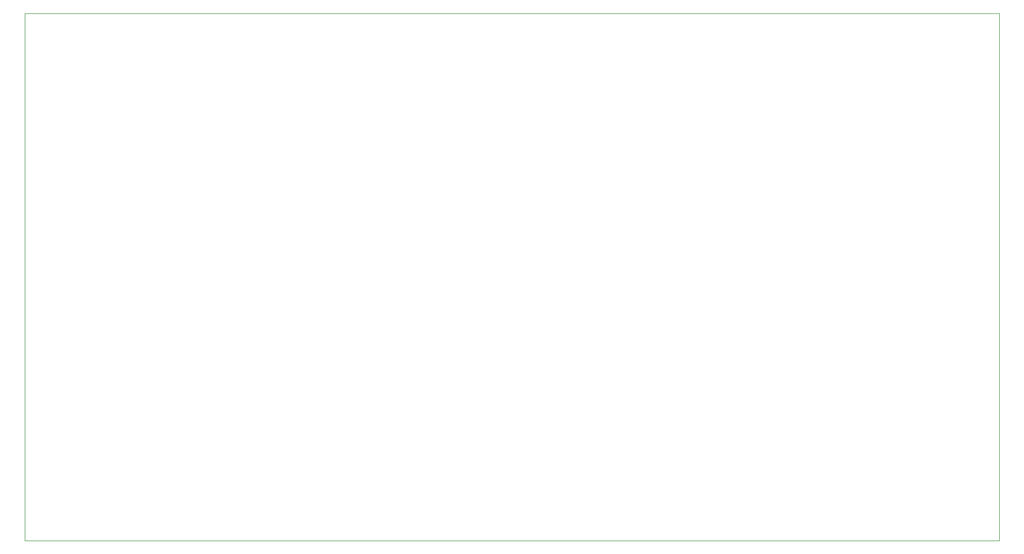
<source format=gbr>
%TF.GenerationSoftware,KiCad,Pcbnew,8.0.1*%
%TF.CreationDate,2024-06-09T19:14:10+02:00*%
%TF.ProjectId,daqIONA,64617149-4f4e-4412-9e6b-696361645f70,rev?*%
%TF.SameCoordinates,Original*%
%TF.FileFunction,Profile,NP*%
%FSLAX46Y46*%
G04 Gerber Fmt 4.6, Leading zero omitted, Abs format (unit mm)*
G04 Created by KiCad (PCBNEW 8.0.1) date 2024-06-09 19:14:10*
%MOMM*%
%LPD*%
G01*
G04 APERTURE LIST*
%TA.AperFunction,Profile*%
%ADD10C,0.050000*%
%TD*%
G04 APERTURE END LIST*
D10*
X60600000Y-78200000D02*
X220600000Y-78200000D01*
X220600000Y-164850000D01*
X60600000Y-164850000D01*
X60600000Y-78200000D01*
M02*

</source>
